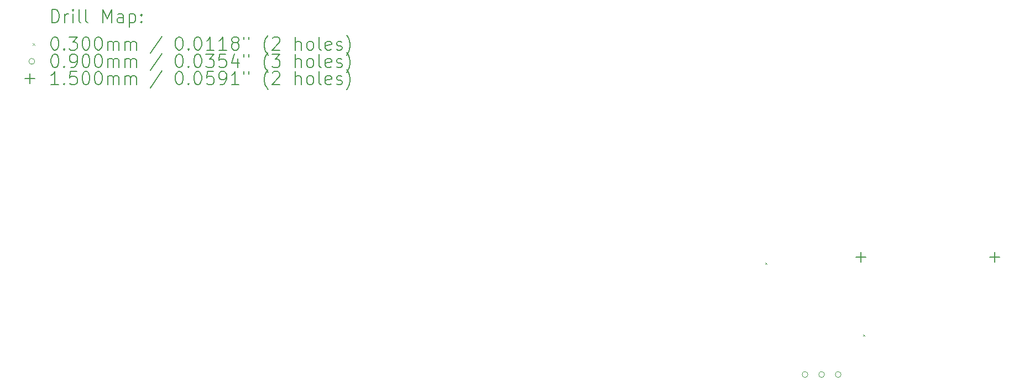
<source format=gbr>
%TF.GenerationSoftware,KiCad,Pcbnew,9.0.2*%
%TF.CreationDate,2025-07-19T17:43:14+05:30*%
%TF.ProjectId,Proj1,50726f6a-312e-46b6-9963-61645f706362,rev?*%
%TF.SameCoordinates,Original*%
%TF.FileFunction,Drillmap*%
%TF.FilePolarity,Positive*%
%FSLAX45Y45*%
G04 Gerber Fmt 4.5, Leading zero omitted, Abs format (unit mm)*
G04 Created by KiCad (PCBNEW 9.0.2) date 2025-07-19 17:43:14*
%MOMM*%
%LPD*%
G01*
G04 APERTURE LIST*
%ADD10C,0.200000*%
%ADD11C,0.100000*%
%ADD12C,0.150000*%
G04 APERTURE END LIST*
D10*
D11*
X11185000Y-3985000D02*
X11215000Y-4015000D01*
X11215000Y-3985000D02*
X11185000Y-4015000D01*
X12685000Y-5085000D02*
X12715000Y-5115000D01*
X12715000Y-5085000D02*
X12685000Y-5115000D01*
X11841000Y-5700000D02*
G75*
G02*
X11751000Y-5700000I-45000J0D01*
G01*
X11751000Y-5700000D02*
G75*
G02*
X11841000Y-5700000I45000J0D01*
G01*
X12095000Y-5700000D02*
G75*
G02*
X12005000Y-5700000I-45000J0D01*
G01*
X12005000Y-5700000D02*
G75*
G02*
X12095000Y-5700000I45000J0D01*
G01*
X12349000Y-5700000D02*
G75*
G02*
X12259000Y-5700000I-45000J0D01*
G01*
X12259000Y-5700000D02*
G75*
G02*
X12349000Y-5700000I45000J0D01*
G01*
D12*
X12650000Y-3825000D02*
X12650000Y-3975000D01*
X12575000Y-3900000D02*
X12725000Y-3900000D01*
X14699000Y-3825000D02*
X14699000Y-3975000D01*
X14624000Y-3900000D02*
X14774000Y-3900000D01*
D10*
X260777Y-311484D02*
X260777Y-111484D01*
X260777Y-111484D02*
X308396Y-111484D01*
X308396Y-111484D02*
X336967Y-121008D01*
X336967Y-121008D02*
X356015Y-140055D01*
X356015Y-140055D02*
X365539Y-159103D01*
X365539Y-159103D02*
X375062Y-197198D01*
X375062Y-197198D02*
X375062Y-225769D01*
X375062Y-225769D02*
X365539Y-263865D01*
X365539Y-263865D02*
X356015Y-282912D01*
X356015Y-282912D02*
X336967Y-301960D01*
X336967Y-301960D02*
X308396Y-311484D01*
X308396Y-311484D02*
X260777Y-311484D01*
X460777Y-311484D02*
X460777Y-178150D01*
X460777Y-216246D02*
X470301Y-197198D01*
X470301Y-197198D02*
X479824Y-187674D01*
X479824Y-187674D02*
X498872Y-178150D01*
X498872Y-178150D02*
X517920Y-178150D01*
X584586Y-311484D02*
X584586Y-178150D01*
X584586Y-111484D02*
X575063Y-121008D01*
X575063Y-121008D02*
X584586Y-130531D01*
X584586Y-130531D02*
X594110Y-121008D01*
X594110Y-121008D02*
X584586Y-111484D01*
X584586Y-111484D02*
X584586Y-130531D01*
X708396Y-311484D02*
X689348Y-301960D01*
X689348Y-301960D02*
X679824Y-282912D01*
X679824Y-282912D02*
X679824Y-111484D01*
X813158Y-311484D02*
X794110Y-301960D01*
X794110Y-301960D02*
X784586Y-282912D01*
X784586Y-282912D02*
X784586Y-111484D01*
X1041729Y-311484D02*
X1041729Y-111484D01*
X1041729Y-111484D02*
X1108396Y-254341D01*
X1108396Y-254341D02*
X1175063Y-111484D01*
X1175063Y-111484D02*
X1175063Y-311484D01*
X1356015Y-311484D02*
X1356015Y-206722D01*
X1356015Y-206722D02*
X1346491Y-187674D01*
X1346491Y-187674D02*
X1327444Y-178150D01*
X1327444Y-178150D02*
X1289348Y-178150D01*
X1289348Y-178150D02*
X1270301Y-187674D01*
X1356015Y-301960D02*
X1336967Y-311484D01*
X1336967Y-311484D02*
X1289348Y-311484D01*
X1289348Y-311484D02*
X1270301Y-301960D01*
X1270301Y-301960D02*
X1260777Y-282912D01*
X1260777Y-282912D02*
X1260777Y-263865D01*
X1260777Y-263865D02*
X1270301Y-244817D01*
X1270301Y-244817D02*
X1289348Y-235293D01*
X1289348Y-235293D02*
X1336967Y-235293D01*
X1336967Y-235293D02*
X1356015Y-225769D01*
X1451253Y-178150D02*
X1451253Y-378150D01*
X1451253Y-187674D02*
X1470301Y-178150D01*
X1470301Y-178150D02*
X1508396Y-178150D01*
X1508396Y-178150D02*
X1527443Y-187674D01*
X1527443Y-187674D02*
X1536967Y-197198D01*
X1536967Y-197198D02*
X1546491Y-216246D01*
X1546491Y-216246D02*
X1546491Y-273389D01*
X1546491Y-273389D02*
X1536967Y-292436D01*
X1536967Y-292436D02*
X1527443Y-301960D01*
X1527443Y-301960D02*
X1508396Y-311484D01*
X1508396Y-311484D02*
X1470301Y-311484D01*
X1470301Y-311484D02*
X1451253Y-301960D01*
X1632205Y-292436D02*
X1641729Y-301960D01*
X1641729Y-301960D02*
X1632205Y-311484D01*
X1632205Y-311484D02*
X1622682Y-301960D01*
X1622682Y-301960D02*
X1632205Y-292436D01*
X1632205Y-292436D02*
X1632205Y-311484D01*
X1632205Y-187674D02*
X1641729Y-197198D01*
X1641729Y-197198D02*
X1632205Y-206722D01*
X1632205Y-206722D02*
X1622682Y-197198D01*
X1622682Y-197198D02*
X1632205Y-187674D01*
X1632205Y-187674D02*
X1632205Y-206722D01*
D11*
X-30000Y-625000D02*
X0Y-655000D01*
X0Y-625000D02*
X-30000Y-655000D01*
D10*
X298872Y-531484D02*
X317920Y-531484D01*
X317920Y-531484D02*
X336967Y-541008D01*
X336967Y-541008D02*
X346491Y-550531D01*
X346491Y-550531D02*
X356015Y-569579D01*
X356015Y-569579D02*
X365539Y-607674D01*
X365539Y-607674D02*
X365539Y-655293D01*
X365539Y-655293D02*
X356015Y-693389D01*
X356015Y-693389D02*
X346491Y-712436D01*
X346491Y-712436D02*
X336967Y-721960D01*
X336967Y-721960D02*
X317920Y-731484D01*
X317920Y-731484D02*
X298872Y-731484D01*
X298872Y-731484D02*
X279824Y-721960D01*
X279824Y-721960D02*
X270301Y-712436D01*
X270301Y-712436D02*
X260777Y-693389D01*
X260777Y-693389D02*
X251253Y-655293D01*
X251253Y-655293D02*
X251253Y-607674D01*
X251253Y-607674D02*
X260777Y-569579D01*
X260777Y-569579D02*
X270301Y-550531D01*
X270301Y-550531D02*
X279824Y-541008D01*
X279824Y-541008D02*
X298872Y-531484D01*
X451253Y-712436D02*
X460777Y-721960D01*
X460777Y-721960D02*
X451253Y-731484D01*
X451253Y-731484D02*
X441729Y-721960D01*
X441729Y-721960D02*
X451253Y-712436D01*
X451253Y-712436D02*
X451253Y-731484D01*
X527444Y-531484D02*
X651253Y-531484D01*
X651253Y-531484D02*
X584586Y-607674D01*
X584586Y-607674D02*
X613158Y-607674D01*
X613158Y-607674D02*
X632205Y-617198D01*
X632205Y-617198D02*
X641729Y-626722D01*
X641729Y-626722D02*
X651253Y-645770D01*
X651253Y-645770D02*
X651253Y-693389D01*
X651253Y-693389D02*
X641729Y-712436D01*
X641729Y-712436D02*
X632205Y-721960D01*
X632205Y-721960D02*
X613158Y-731484D01*
X613158Y-731484D02*
X556015Y-731484D01*
X556015Y-731484D02*
X536967Y-721960D01*
X536967Y-721960D02*
X527444Y-712436D01*
X775062Y-531484D02*
X794110Y-531484D01*
X794110Y-531484D02*
X813158Y-541008D01*
X813158Y-541008D02*
X822682Y-550531D01*
X822682Y-550531D02*
X832205Y-569579D01*
X832205Y-569579D02*
X841729Y-607674D01*
X841729Y-607674D02*
X841729Y-655293D01*
X841729Y-655293D02*
X832205Y-693389D01*
X832205Y-693389D02*
X822682Y-712436D01*
X822682Y-712436D02*
X813158Y-721960D01*
X813158Y-721960D02*
X794110Y-731484D01*
X794110Y-731484D02*
X775062Y-731484D01*
X775062Y-731484D02*
X756015Y-721960D01*
X756015Y-721960D02*
X746491Y-712436D01*
X746491Y-712436D02*
X736967Y-693389D01*
X736967Y-693389D02*
X727443Y-655293D01*
X727443Y-655293D02*
X727443Y-607674D01*
X727443Y-607674D02*
X736967Y-569579D01*
X736967Y-569579D02*
X746491Y-550531D01*
X746491Y-550531D02*
X756015Y-541008D01*
X756015Y-541008D02*
X775062Y-531484D01*
X965539Y-531484D02*
X984586Y-531484D01*
X984586Y-531484D02*
X1003634Y-541008D01*
X1003634Y-541008D02*
X1013158Y-550531D01*
X1013158Y-550531D02*
X1022682Y-569579D01*
X1022682Y-569579D02*
X1032205Y-607674D01*
X1032205Y-607674D02*
X1032205Y-655293D01*
X1032205Y-655293D02*
X1022682Y-693389D01*
X1022682Y-693389D02*
X1013158Y-712436D01*
X1013158Y-712436D02*
X1003634Y-721960D01*
X1003634Y-721960D02*
X984586Y-731484D01*
X984586Y-731484D02*
X965539Y-731484D01*
X965539Y-731484D02*
X946491Y-721960D01*
X946491Y-721960D02*
X936967Y-712436D01*
X936967Y-712436D02*
X927443Y-693389D01*
X927443Y-693389D02*
X917920Y-655293D01*
X917920Y-655293D02*
X917920Y-607674D01*
X917920Y-607674D02*
X927443Y-569579D01*
X927443Y-569579D02*
X936967Y-550531D01*
X936967Y-550531D02*
X946491Y-541008D01*
X946491Y-541008D02*
X965539Y-531484D01*
X1117920Y-731484D02*
X1117920Y-598150D01*
X1117920Y-617198D02*
X1127444Y-607674D01*
X1127444Y-607674D02*
X1146491Y-598150D01*
X1146491Y-598150D02*
X1175063Y-598150D01*
X1175063Y-598150D02*
X1194110Y-607674D01*
X1194110Y-607674D02*
X1203634Y-626722D01*
X1203634Y-626722D02*
X1203634Y-731484D01*
X1203634Y-626722D02*
X1213158Y-607674D01*
X1213158Y-607674D02*
X1232205Y-598150D01*
X1232205Y-598150D02*
X1260777Y-598150D01*
X1260777Y-598150D02*
X1279825Y-607674D01*
X1279825Y-607674D02*
X1289348Y-626722D01*
X1289348Y-626722D02*
X1289348Y-731484D01*
X1384586Y-731484D02*
X1384586Y-598150D01*
X1384586Y-617198D02*
X1394110Y-607674D01*
X1394110Y-607674D02*
X1413158Y-598150D01*
X1413158Y-598150D02*
X1441729Y-598150D01*
X1441729Y-598150D02*
X1460777Y-607674D01*
X1460777Y-607674D02*
X1470301Y-626722D01*
X1470301Y-626722D02*
X1470301Y-731484D01*
X1470301Y-626722D02*
X1479824Y-607674D01*
X1479824Y-607674D02*
X1498872Y-598150D01*
X1498872Y-598150D02*
X1527443Y-598150D01*
X1527443Y-598150D02*
X1546491Y-607674D01*
X1546491Y-607674D02*
X1556015Y-626722D01*
X1556015Y-626722D02*
X1556015Y-731484D01*
X1946491Y-521960D02*
X1775063Y-779103D01*
X2203634Y-531484D02*
X2222682Y-531484D01*
X2222682Y-531484D02*
X2241729Y-541008D01*
X2241729Y-541008D02*
X2251253Y-550531D01*
X2251253Y-550531D02*
X2260777Y-569579D01*
X2260777Y-569579D02*
X2270301Y-607674D01*
X2270301Y-607674D02*
X2270301Y-655293D01*
X2270301Y-655293D02*
X2260777Y-693389D01*
X2260777Y-693389D02*
X2251253Y-712436D01*
X2251253Y-712436D02*
X2241729Y-721960D01*
X2241729Y-721960D02*
X2222682Y-731484D01*
X2222682Y-731484D02*
X2203634Y-731484D01*
X2203634Y-731484D02*
X2184587Y-721960D01*
X2184587Y-721960D02*
X2175063Y-712436D01*
X2175063Y-712436D02*
X2165539Y-693389D01*
X2165539Y-693389D02*
X2156015Y-655293D01*
X2156015Y-655293D02*
X2156015Y-607674D01*
X2156015Y-607674D02*
X2165539Y-569579D01*
X2165539Y-569579D02*
X2175063Y-550531D01*
X2175063Y-550531D02*
X2184587Y-541008D01*
X2184587Y-541008D02*
X2203634Y-531484D01*
X2356015Y-712436D02*
X2365539Y-721960D01*
X2365539Y-721960D02*
X2356015Y-731484D01*
X2356015Y-731484D02*
X2346491Y-721960D01*
X2346491Y-721960D02*
X2356015Y-712436D01*
X2356015Y-712436D02*
X2356015Y-731484D01*
X2489348Y-531484D02*
X2508396Y-531484D01*
X2508396Y-531484D02*
X2527444Y-541008D01*
X2527444Y-541008D02*
X2536968Y-550531D01*
X2536968Y-550531D02*
X2546491Y-569579D01*
X2546491Y-569579D02*
X2556015Y-607674D01*
X2556015Y-607674D02*
X2556015Y-655293D01*
X2556015Y-655293D02*
X2546491Y-693389D01*
X2546491Y-693389D02*
X2536968Y-712436D01*
X2536968Y-712436D02*
X2527444Y-721960D01*
X2527444Y-721960D02*
X2508396Y-731484D01*
X2508396Y-731484D02*
X2489348Y-731484D01*
X2489348Y-731484D02*
X2470301Y-721960D01*
X2470301Y-721960D02*
X2460777Y-712436D01*
X2460777Y-712436D02*
X2451253Y-693389D01*
X2451253Y-693389D02*
X2441729Y-655293D01*
X2441729Y-655293D02*
X2441729Y-607674D01*
X2441729Y-607674D02*
X2451253Y-569579D01*
X2451253Y-569579D02*
X2460777Y-550531D01*
X2460777Y-550531D02*
X2470301Y-541008D01*
X2470301Y-541008D02*
X2489348Y-531484D01*
X2746491Y-731484D02*
X2632206Y-731484D01*
X2689348Y-731484D02*
X2689348Y-531484D01*
X2689348Y-531484D02*
X2670301Y-560055D01*
X2670301Y-560055D02*
X2651253Y-579103D01*
X2651253Y-579103D02*
X2632206Y-588627D01*
X2936967Y-731484D02*
X2822682Y-731484D01*
X2879825Y-731484D02*
X2879825Y-531484D01*
X2879825Y-531484D02*
X2860777Y-560055D01*
X2860777Y-560055D02*
X2841729Y-579103D01*
X2841729Y-579103D02*
X2822682Y-588627D01*
X3051253Y-617198D02*
X3032206Y-607674D01*
X3032206Y-607674D02*
X3022682Y-598150D01*
X3022682Y-598150D02*
X3013158Y-579103D01*
X3013158Y-579103D02*
X3013158Y-569579D01*
X3013158Y-569579D02*
X3022682Y-550531D01*
X3022682Y-550531D02*
X3032206Y-541008D01*
X3032206Y-541008D02*
X3051253Y-531484D01*
X3051253Y-531484D02*
X3089348Y-531484D01*
X3089348Y-531484D02*
X3108396Y-541008D01*
X3108396Y-541008D02*
X3117920Y-550531D01*
X3117920Y-550531D02*
X3127444Y-569579D01*
X3127444Y-569579D02*
X3127444Y-579103D01*
X3127444Y-579103D02*
X3117920Y-598150D01*
X3117920Y-598150D02*
X3108396Y-607674D01*
X3108396Y-607674D02*
X3089348Y-617198D01*
X3089348Y-617198D02*
X3051253Y-617198D01*
X3051253Y-617198D02*
X3032206Y-626722D01*
X3032206Y-626722D02*
X3022682Y-636246D01*
X3022682Y-636246D02*
X3013158Y-655293D01*
X3013158Y-655293D02*
X3013158Y-693389D01*
X3013158Y-693389D02*
X3022682Y-712436D01*
X3022682Y-712436D02*
X3032206Y-721960D01*
X3032206Y-721960D02*
X3051253Y-731484D01*
X3051253Y-731484D02*
X3089348Y-731484D01*
X3089348Y-731484D02*
X3108396Y-721960D01*
X3108396Y-721960D02*
X3117920Y-712436D01*
X3117920Y-712436D02*
X3127444Y-693389D01*
X3127444Y-693389D02*
X3127444Y-655293D01*
X3127444Y-655293D02*
X3117920Y-636246D01*
X3117920Y-636246D02*
X3108396Y-626722D01*
X3108396Y-626722D02*
X3089348Y-617198D01*
X3203634Y-531484D02*
X3203634Y-569579D01*
X3279825Y-531484D02*
X3279825Y-569579D01*
X3575063Y-807674D02*
X3565539Y-798150D01*
X3565539Y-798150D02*
X3546491Y-769579D01*
X3546491Y-769579D02*
X3536968Y-750531D01*
X3536968Y-750531D02*
X3527444Y-721960D01*
X3527444Y-721960D02*
X3517920Y-674341D01*
X3517920Y-674341D02*
X3517920Y-636246D01*
X3517920Y-636246D02*
X3527444Y-588627D01*
X3527444Y-588627D02*
X3536968Y-560055D01*
X3536968Y-560055D02*
X3546491Y-541008D01*
X3546491Y-541008D02*
X3565539Y-512436D01*
X3565539Y-512436D02*
X3575063Y-502912D01*
X3641729Y-550531D02*
X3651253Y-541008D01*
X3651253Y-541008D02*
X3670301Y-531484D01*
X3670301Y-531484D02*
X3717920Y-531484D01*
X3717920Y-531484D02*
X3736968Y-541008D01*
X3736968Y-541008D02*
X3746491Y-550531D01*
X3746491Y-550531D02*
X3756015Y-569579D01*
X3756015Y-569579D02*
X3756015Y-588627D01*
X3756015Y-588627D02*
X3746491Y-617198D01*
X3746491Y-617198D02*
X3632206Y-731484D01*
X3632206Y-731484D02*
X3756015Y-731484D01*
X3994110Y-731484D02*
X3994110Y-531484D01*
X4079825Y-731484D02*
X4079825Y-626722D01*
X4079825Y-626722D02*
X4070301Y-607674D01*
X4070301Y-607674D02*
X4051253Y-598150D01*
X4051253Y-598150D02*
X4022682Y-598150D01*
X4022682Y-598150D02*
X4003634Y-607674D01*
X4003634Y-607674D02*
X3994110Y-617198D01*
X4203634Y-731484D02*
X4184587Y-721960D01*
X4184587Y-721960D02*
X4175063Y-712436D01*
X4175063Y-712436D02*
X4165539Y-693389D01*
X4165539Y-693389D02*
X4165539Y-636246D01*
X4165539Y-636246D02*
X4175063Y-617198D01*
X4175063Y-617198D02*
X4184587Y-607674D01*
X4184587Y-607674D02*
X4203634Y-598150D01*
X4203634Y-598150D02*
X4232206Y-598150D01*
X4232206Y-598150D02*
X4251253Y-607674D01*
X4251253Y-607674D02*
X4260777Y-617198D01*
X4260777Y-617198D02*
X4270301Y-636246D01*
X4270301Y-636246D02*
X4270301Y-693389D01*
X4270301Y-693389D02*
X4260777Y-712436D01*
X4260777Y-712436D02*
X4251253Y-721960D01*
X4251253Y-721960D02*
X4232206Y-731484D01*
X4232206Y-731484D02*
X4203634Y-731484D01*
X4384587Y-731484D02*
X4365539Y-721960D01*
X4365539Y-721960D02*
X4356015Y-702912D01*
X4356015Y-702912D02*
X4356015Y-531484D01*
X4536968Y-721960D02*
X4517920Y-731484D01*
X4517920Y-731484D02*
X4479825Y-731484D01*
X4479825Y-731484D02*
X4460777Y-721960D01*
X4460777Y-721960D02*
X4451253Y-702912D01*
X4451253Y-702912D02*
X4451253Y-626722D01*
X4451253Y-626722D02*
X4460777Y-607674D01*
X4460777Y-607674D02*
X4479825Y-598150D01*
X4479825Y-598150D02*
X4517920Y-598150D01*
X4517920Y-598150D02*
X4536968Y-607674D01*
X4536968Y-607674D02*
X4546492Y-626722D01*
X4546492Y-626722D02*
X4546492Y-645770D01*
X4546492Y-645770D02*
X4451253Y-664817D01*
X4622682Y-721960D02*
X4641730Y-731484D01*
X4641730Y-731484D02*
X4679825Y-731484D01*
X4679825Y-731484D02*
X4698873Y-721960D01*
X4698873Y-721960D02*
X4708396Y-702912D01*
X4708396Y-702912D02*
X4708396Y-693389D01*
X4708396Y-693389D02*
X4698873Y-674341D01*
X4698873Y-674341D02*
X4679825Y-664817D01*
X4679825Y-664817D02*
X4651253Y-664817D01*
X4651253Y-664817D02*
X4632206Y-655293D01*
X4632206Y-655293D02*
X4622682Y-636246D01*
X4622682Y-636246D02*
X4622682Y-626722D01*
X4622682Y-626722D02*
X4632206Y-607674D01*
X4632206Y-607674D02*
X4651253Y-598150D01*
X4651253Y-598150D02*
X4679825Y-598150D01*
X4679825Y-598150D02*
X4698873Y-607674D01*
X4775063Y-807674D02*
X4784587Y-798150D01*
X4784587Y-798150D02*
X4803634Y-769579D01*
X4803634Y-769579D02*
X4813158Y-750531D01*
X4813158Y-750531D02*
X4822682Y-721960D01*
X4822682Y-721960D02*
X4832206Y-674341D01*
X4832206Y-674341D02*
X4832206Y-636246D01*
X4832206Y-636246D02*
X4822682Y-588627D01*
X4822682Y-588627D02*
X4813158Y-560055D01*
X4813158Y-560055D02*
X4803634Y-541008D01*
X4803634Y-541008D02*
X4784587Y-512436D01*
X4784587Y-512436D02*
X4775063Y-502912D01*
D11*
X0Y-904000D02*
G75*
G02*
X-90000Y-904000I-45000J0D01*
G01*
X-90000Y-904000D02*
G75*
G02*
X0Y-904000I45000J0D01*
G01*
D10*
X298872Y-795484D02*
X317920Y-795484D01*
X317920Y-795484D02*
X336967Y-805008D01*
X336967Y-805008D02*
X346491Y-814531D01*
X346491Y-814531D02*
X356015Y-833579D01*
X356015Y-833579D02*
X365539Y-871674D01*
X365539Y-871674D02*
X365539Y-919293D01*
X365539Y-919293D02*
X356015Y-957388D01*
X356015Y-957388D02*
X346491Y-976436D01*
X346491Y-976436D02*
X336967Y-985960D01*
X336967Y-985960D02*
X317920Y-995484D01*
X317920Y-995484D02*
X298872Y-995484D01*
X298872Y-995484D02*
X279824Y-985960D01*
X279824Y-985960D02*
X270301Y-976436D01*
X270301Y-976436D02*
X260777Y-957388D01*
X260777Y-957388D02*
X251253Y-919293D01*
X251253Y-919293D02*
X251253Y-871674D01*
X251253Y-871674D02*
X260777Y-833579D01*
X260777Y-833579D02*
X270301Y-814531D01*
X270301Y-814531D02*
X279824Y-805008D01*
X279824Y-805008D02*
X298872Y-795484D01*
X451253Y-976436D02*
X460777Y-985960D01*
X460777Y-985960D02*
X451253Y-995484D01*
X451253Y-995484D02*
X441729Y-985960D01*
X441729Y-985960D02*
X451253Y-976436D01*
X451253Y-976436D02*
X451253Y-995484D01*
X556015Y-995484D02*
X594110Y-995484D01*
X594110Y-995484D02*
X613158Y-985960D01*
X613158Y-985960D02*
X622682Y-976436D01*
X622682Y-976436D02*
X641729Y-947865D01*
X641729Y-947865D02*
X651253Y-909769D01*
X651253Y-909769D02*
X651253Y-833579D01*
X651253Y-833579D02*
X641729Y-814531D01*
X641729Y-814531D02*
X632205Y-805008D01*
X632205Y-805008D02*
X613158Y-795484D01*
X613158Y-795484D02*
X575063Y-795484D01*
X575063Y-795484D02*
X556015Y-805008D01*
X556015Y-805008D02*
X546491Y-814531D01*
X546491Y-814531D02*
X536967Y-833579D01*
X536967Y-833579D02*
X536967Y-881198D01*
X536967Y-881198D02*
X546491Y-900246D01*
X546491Y-900246D02*
X556015Y-909769D01*
X556015Y-909769D02*
X575063Y-919293D01*
X575063Y-919293D02*
X613158Y-919293D01*
X613158Y-919293D02*
X632205Y-909769D01*
X632205Y-909769D02*
X641729Y-900246D01*
X641729Y-900246D02*
X651253Y-881198D01*
X775062Y-795484D02*
X794110Y-795484D01*
X794110Y-795484D02*
X813158Y-805008D01*
X813158Y-805008D02*
X822682Y-814531D01*
X822682Y-814531D02*
X832205Y-833579D01*
X832205Y-833579D02*
X841729Y-871674D01*
X841729Y-871674D02*
X841729Y-919293D01*
X841729Y-919293D02*
X832205Y-957388D01*
X832205Y-957388D02*
X822682Y-976436D01*
X822682Y-976436D02*
X813158Y-985960D01*
X813158Y-985960D02*
X794110Y-995484D01*
X794110Y-995484D02*
X775062Y-995484D01*
X775062Y-995484D02*
X756015Y-985960D01*
X756015Y-985960D02*
X746491Y-976436D01*
X746491Y-976436D02*
X736967Y-957388D01*
X736967Y-957388D02*
X727443Y-919293D01*
X727443Y-919293D02*
X727443Y-871674D01*
X727443Y-871674D02*
X736967Y-833579D01*
X736967Y-833579D02*
X746491Y-814531D01*
X746491Y-814531D02*
X756015Y-805008D01*
X756015Y-805008D02*
X775062Y-795484D01*
X965539Y-795484D02*
X984586Y-795484D01*
X984586Y-795484D02*
X1003634Y-805008D01*
X1003634Y-805008D02*
X1013158Y-814531D01*
X1013158Y-814531D02*
X1022682Y-833579D01*
X1022682Y-833579D02*
X1032205Y-871674D01*
X1032205Y-871674D02*
X1032205Y-919293D01*
X1032205Y-919293D02*
X1022682Y-957388D01*
X1022682Y-957388D02*
X1013158Y-976436D01*
X1013158Y-976436D02*
X1003634Y-985960D01*
X1003634Y-985960D02*
X984586Y-995484D01*
X984586Y-995484D02*
X965539Y-995484D01*
X965539Y-995484D02*
X946491Y-985960D01*
X946491Y-985960D02*
X936967Y-976436D01*
X936967Y-976436D02*
X927443Y-957388D01*
X927443Y-957388D02*
X917920Y-919293D01*
X917920Y-919293D02*
X917920Y-871674D01*
X917920Y-871674D02*
X927443Y-833579D01*
X927443Y-833579D02*
X936967Y-814531D01*
X936967Y-814531D02*
X946491Y-805008D01*
X946491Y-805008D02*
X965539Y-795484D01*
X1117920Y-995484D02*
X1117920Y-862150D01*
X1117920Y-881198D02*
X1127444Y-871674D01*
X1127444Y-871674D02*
X1146491Y-862150D01*
X1146491Y-862150D02*
X1175063Y-862150D01*
X1175063Y-862150D02*
X1194110Y-871674D01*
X1194110Y-871674D02*
X1203634Y-890722D01*
X1203634Y-890722D02*
X1203634Y-995484D01*
X1203634Y-890722D02*
X1213158Y-871674D01*
X1213158Y-871674D02*
X1232205Y-862150D01*
X1232205Y-862150D02*
X1260777Y-862150D01*
X1260777Y-862150D02*
X1279825Y-871674D01*
X1279825Y-871674D02*
X1289348Y-890722D01*
X1289348Y-890722D02*
X1289348Y-995484D01*
X1384586Y-995484D02*
X1384586Y-862150D01*
X1384586Y-881198D02*
X1394110Y-871674D01*
X1394110Y-871674D02*
X1413158Y-862150D01*
X1413158Y-862150D02*
X1441729Y-862150D01*
X1441729Y-862150D02*
X1460777Y-871674D01*
X1460777Y-871674D02*
X1470301Y-890722D01*
X1470301Y-890722D02*
X1470301Y-995484D01*
X1470301Y-890722D02*
X1479824Y-871674D01*
X1479824Y-871674D02*
X1498872Y-862150D01*
X1498872Y-862150D02*
X1527443Y-862150D01*
X1527443Y-862150D02*
X1546491Y-871674D01*
X1546491Y-871674D02*
X1556015Y-890722D01*
X1556015Y-890722D02*
X1556015Y-995484D01*
X1946491Y-785960D02*
X1775063Y-1043103D01*
X2203634Y-795484D02*
X2222682Y-795484D01*
X2222682Y-795484D02*
X2241729Y-805008D01*
X2241729Y-805008D02*
X2251253Y-814531D01*
X2251253Y-814531D02*
X2260777Y-833579D01*
X2260777Y-833579D02*
X2270301Y-871674D01*
X2270301Y-871674D02*
X2270301Y-919293D01*
X2270301Y-919293D02*
X2260777Y-957388D01*
X2260777Y-957388D02*
X2251253Y-976436D01*
X2251253Y-976436D02*
X2241729Y-985960D01*
X2241729Y-985960D02*
X2222682Y-995484D01*
X2222682Y-995484D02*
X2203634Y-995484D01*
X2203634Y-995484D02*
X2184587Y-985960D01*
X2184587Y-985960D02*
X2175063Y-976436D01*
X2175063Y-976436D02*
X2165539Y-957388D01*
X2165539Y-957388D02*
X2156015Y-919293D01*
X2156015Y-919293D02*
X2156015Y-871674D01*
X2156015Y-871674D02*
X2165539Y-833579D01*
X2165539Y-833579D02*
X2175063Y-814531D01*
X2175063Y-814531D02*
X2184587Y-805008D01*
X2184587Y-805008D02*
X2203634Y-795484D01*
X2356015Y-976436D02*
X2365539Y-985960D01*
X2365539Y-985960D02*
X2356015Y-995484D01*
X2356015Y-995484D02*
X2346491Y-985960D01*
X2346491Y-985960D02*
X2356015Y-976436D01*
X2356015Y-976436D02*
X2356015Y-995484D01*
X2489348Y-795484D02*
X2508396Y-795484D01*
X2508396Y-795484D02*
X2527444Y-805008D01*
X2527444Y-805008D02*
X2536968Y-814531D01*
X2536968Y-814531D02*
X2546491Y-833579D01*
X2546491Y-833579D02*
X2556015Y-871674D01*
X2556015Y-871674D02*
X2556015Y-919293D01*
X2556015Y-919293D02*
X2546491Y-957388D01*
X2546491Y-957388D02*
X2536968Y-976436D01*
X2536968Y-976436D02*
X2527444Y-985960D01*
X2527444Y-985960D02*
X2508396Y-995484D01*
X2508396Y-995484D02*
X2489348Y-995484D01*
X2489348Y-995484D02*
X2470301Y-985960D01*
X2470301Y-985960D02*
X2460777Y-976436D01*
X2460777Y-976436D02*
X2451253Y-957388D01*
X2451253Y-957388D02*
X2441729Y-919293D01*
X2441729Y-919293D02*
X2441729Y-871674D01*
X2441729Y-871674D02*
X2451253Y-833579D01*
X2451253Y-833579D02*
X2460777Y-814531D01*
X2460777Y-814531D02*
X2470301Y-805008D01*
X2470301Y-805008D02*
X2489348Y-795484D01*
X2622682Y-795484D02*
X2746491Y-795484D01*
X2746491Y-795484D02*
X2679825Y-871674D01*
X2679825Y-871674D02*
X2708396Y-871674D01*
X2708396Y-871674D02*
X2727444Y-881198D01*
X2727444Y-881198D02*
X2736968Y-890722D01*
X2736968Y-890722D02*
X2746491Y-909769D01*
X2746491Y-909769D02*
X2746491Y-957388D01*
X2746491Y-957388D02*
X2736968Y-976436D01*
X2736968Y-976436D02*
X2727444Y-985960D01*
X2727444Y-985960D02*
X2708396Y-995484D01*
X2708396Y-995484D02*
X2651253Y-995484D01*
X2651253Y-995484D02*
X2632206Y-985960D01*
X2632206Y-985960D02*
X2622682Y-976436D01*
X2927444Y-795484D02*
X2832206Y-795484D01*
X2832206Y-795484D02*
X2822682Y-890722D01*
X2822682Y-890722D02*
X2832206Y-881198D01*
X2832206Y-881198D02*
X2851253Y-871674D01*
X2851253Y-871674D02*
X2898872Y-871674D01*
X2898872Y-871674D02*
X2917920Y-881198D01*
X2917920Y-881198D02*
X2927444Y-890722D01*
X2927444Y-890722D02*
X2936967Y-909769D01*
X2936967Y-909769D02*
X2936967Y-957388D01*
X2936967Y-957388D02*
X2927444Y-976436D01*
X2927444Y-976436D02*
X2917920Y-985960D01*
X2917920Y-985960D02*
X2898872Y-995484D01*
X2898872Y-995484D02*
X2851253Y-995484D01*
X2851253Y-995484D02*
X2832206Y-985960D01*
X2832206Y-985960D02*
X2822682Y-976436D01*
X3108396Y-862150D02*
X3108396Y-995484D01*
X3060777Y-785960D02*
X3013158Y-928817D01*
X3013158Y-928817D02*
X3136967Y-928817D01*
X3203634Y-795484D02*
X3203634Y-833579D01*
X3279825Y-795484D02*
X3279825Y-833579D01*
X3575063Y-1071674D02*
X3565539Y-1062150D01*
X3565539Y-1062150D02*
X3546491Y-1033579D01*
X3546491Y-1033579D02*
X3536968Y-1014531D01*
X3536968Y-1014531D02*
X3527444Y-985960D01*
X3527444Y-985960D02*
X3517920Y-938341D01*
X3517920Y-938341D02*
X3517920Y-900246D01*
X3517920Y-900246D02*
X3527444Y-852627D01*
X3527444Y-852627D02*
X3536968Y-824055D01*
X3536968Y-824055D02*
X3546491Y-805008D01*
X3546491Y-805008D02*
X3565539Y-776436D01*
X3565539Y-776436D02*
X3575063Y-766912D01*
X3632206Y-795484D02*
X3756015Y-795484D01*
X3756015Y-795484D02*
X3689348Y-871674D01*
X3689348Y-871674D02*
X3717920Y-871674D01*
X3717920Y-871674D02*
X3736968Y-881198D01*
X3736968Y-881198D02*
X3746491Y-890722D01*
X3746491Y-890722D02*
X3756015Y-909769D01*
X3756015Y-909769D02*
X3756015Y-957388D01*
X3756015Y-957388D02*
X3746491Y-976436D01*
X3746491Y-976436D02*
X3736968Y-985960D01*
X3736968Y-985960D02*
X3717920Y-995484D01*
X3717920Y-995484D02*
X3660777Y-995484D01*
X3660777Y-995484D02*
X3641729Y-985960D01*
X3641729Y-985960D02*
X3632206Y-976436D01*
X3994110Y-995484D02*
X3994110Y-795484D01*
X4079825Y-995484D02*
X4079825Y-890722D01*
X4079825Y-890722D02*
X4070301Y-871674D01*
X4070301Y-871674D02*
X4051253Y-862150D01*
X4051253Y-862150D02*
X4022682Y-862150D01*
X4022682Y-862150D02*
X4003634Y-871674D01*
X4003634Y-871674D02*
X3994110Y-881198D01*
X4203634Y-995484D02*
X4184587Y-985960D01*
X4184587Y-985960D02*
X4175063Y-976436D01*
X4175063Y-976436D02*
X4165539Y-957388D01*
X4165539Y-957388D02*
X4165539Y-900246D01*
X4165539Y-900246D02*
X4175063Y-881198D01*
X4175063Y-881198D02*
X4184587Y-871674D01*
X4184587Y-871674D02*
X4203634Y-862150D01*
X4203634Y-862150D02*
X4232206Y-862150D01*
X4232206Y-862150D02*
X4251253Y-871674D01*
X4251253Y-871674D02*
X4260777Y-881198D01*
X4260777Y-881198D02*
X4270301Y-900246D01*
X4270301Y-900246D02*
X4270301Y-957388D01*
X4270301Y-957388D02*
X4260777Y-976436D01*
X4260777Y-976436D02*
X4251253Y-985960D01*
X4251253Y-985960D02*
X4232206Y-995484D01*
X4232206Y-995484D02*
X4203634Y-995484D01*
X4384587Y-995484D02*
X4365539Y-985960D01*
X4365539Y-985960D02*
X4356015Y-966912D01*
X4356015Y-966912D02*
X4356015Y-795484D01*
X4536968Y-985960D02*
X4517920Y-995484D01*
X4517920Y-995484D02*
X4479825Y-995484D01*
X4479825Y-995484D02*
X4460777Y-985960D01*
X4460777Y-985960D02*
X4451253Y-966912D01*
X4451253Y-966912D02*
X4451253Y-890722D01*
X4451253Y-890722D02*
X4460777Y-871674D01*
X4460777Y-871674D02*
X4479825Y-862150D01*
X4479825Y-862150D02*
X4517920Y-862150D01*
X4517920Y-862150D02*
X4536968Y-871674D01*
X4536968Y-871674D02*
X4546492Y-890722D01*
X4546492Y-890722D02*
X4546492Y-909769D01*
X4546492Y-909769D02*
X4451253Y-928817D01*
X4622682Y-985960D02*
X4641730Y-995484D01*
X4641730Y-995484D02*
X4679825Y-995484D01*
X4679825Y-995484D02*
X4698873Y-985960D01*
X4698873Y-985960D02*
X4708396Y-966912D01*
X4708396Y-966912D02*
X4708396Y-957388D01*
X4708396Y-957388D02*
X4698873Y-938341D01*
X4698873Y-938341D02*
X4679825Y-928817D01*
X4679825Y-928817D02*
X4651253Y-928817D01*
X4651253Y-928817D02*
X4632206Y-919293D01*
X4632206Y-919293D02*
X4622682Y-900246D01*
X4622682Y-900246D02*
X4622682Y-890722D01*
X4622682Y-890722D02*
X4632206Y-871674D01*
X4632206Y-871674D02*
X4651253Y-862150D01*
X4651253Y-862150D02*
X4679825Y-862150D01*
X4679825Y-862150D02*
X4698873Y-871674D01*
X4775063Y-1071674D02*
X4784587Y-1062150D01*
X4784587Y-1062150D02*
X4803634Y-1033579D01*
X4803634Y-1033579D02*
X4813158Y-1014531D01*
X4813158Y-1014531D02*
X4822682Y-985960D01*
X4822682Y-985960D02*
X4832206Y-938341D01*
X4832206Y-938341D02*
X4832206Y-900246D01*
X4832206Y-900246D02*
X4822682Y-852627D01*
X4822682Y-852627D02*
X4813158Y-824055D01*
X4813158Y-824055D02*
X4803634Y-805008D01*
X4803634Y-805008D02*
X4784587Y-776436D01*
X4784587Y-776436D02*
X4775063Y-766912D01*
D12*
X-75000Y-1093000D02*
X-75000Y-1243000D01*
X-150000Y-1168000D02*
X0Y-1168000D01*
D10*
X365539Y-1259484D02*
X251253Y-1259484D01*
X308396Y-1259484D02*
X308396Y-1059484D01*
X308396Y-1059484D02*
X289348Y-1088055D01*
X289348Y-1088055D02*
X270301Y-1107103D01*
X270301Y-1107103D02*
X251253Y-1116627D01*
X451253Y-1240436D02*
X460777Y-1249960D01*
X460777Y-1249960D02*
X451253Y-1259484D01*
X451253Y-1259484D02*
X441729Y-1249960D01*
X441729Y-1249960D02*
X451253Y-1240436D01*
X451253Y-1240436D02*
X451253Y-1259484D01*
X641729Y-1059484D02*
X546491Y-1059484D01*
X546491Y-1059484D02*
X536967Y-1154722D01*
X536967Y-1154722D02*
X546491Y-1145198D01*
X546491Y-1145198D02*
X565539Y-1135674D01*
X565539Y-1135674D02*
X613158Y-1135674D01*
X613158Y-1135674D02*
X632205Y-1145198D01*
X632205Y-1145198D02*
X641729Y-1154722D01*
X641729Y-1154722D02*
X651253Y-1173770D01*
X651253Y-1173770D02*
X651253Y-1221389D01*
X651253Y-1221389D02*
X641729Y-1240436D01*
X641729Y-1240436D02*
X632205Y-1249960D01*
X632205Y-1249960D02*
X613158Y-1259484D01*
X613158Y-1259484D02*
X565539Y-1259484D01*
X565539Y-1259484D02*
X546491Y-1249960D01*
X546491Y-1249960D02*
X536967Y-1240436D01*
X775062Y-1059484D02*
X794110Y-1059484D01*
X794110Y-1059484D02*
X813158Y-1069008D01*
X813158Y-1069008D02*
X822682Y-1078531D01*
X822682Y-1078531D02*
X832205Y-1097579D01*
X832205Y-1097579D02*
X841729Y-1135674D01*
X841729Y-1135674D02*
X841729Y-1183293D01*
X841729Y-1183293D02*
X832205Y-1221389D01*
X832205Y-1221389D02*
X822682Y-1240436D01*
X822682Y-1240436D02*
X813158Y-1249960D01*
X813158Y-1249960D02*
X794110Y-1259484D01*
X794110Y-1259484D02*
X775062Y-1259484D01*
X775062Y-1259484D02*
X756015Y-1249960D01*
X756015Y-1249960D02*
X746491Y-1240436D01*
X746491Y-1240436D02*
X736967Y-1221389D01*
X736967Y-1221389D02*
X727443Y-1183293D01*
X727443Y-1183293D02*
X727443Y-1135674D01*
X727443Y-1135674D02*
X736967Y-1097579D01*
X736967Y-1097579D02*
X746491Y-1078531D01*
X746491Y-1078531D02*
X756015Y-1069008D01*
X756015Y-1069008D02*
X775062Y-1059484D01*
X965539Y-1059484D02*
X984586Y-1059484D01*
X984586Y-1059484D02*
X1003634Y-1069008D01*
X1003634Y-1069008D02*
X1013158Y-1078531D01*
X1013158Y-1078531D02*
X1022682Y-1097579D01*
X1022682Y-1097579D02*
X1032205Y-1135674D01*
X1032205Y-1135674D02*
X1032205Y-1183293D01*
X1032205Y-1183293D02*
X1022682Y-1221389D01*
X1022682Y-1221389D02*
X1013158Y-1240436D01*
X1013158Y-1240436D02*
X1003634Y-1249960D01*
X1003634Y-1249960D02*
X984586Y-1259484D01*
X984586Y-1259484D02*
X965539Y-1259484D01*
X965539Y-1259484D02*
X946491Y-1249960D01*
X946491Y-1249960D02*
X936967Y-1240436D01*
X936967Y-1240436D02*
X927443Y-1221389D01*
X927443Y-1221389D02*
X917920Y-1183293D01*
X917920Y-1183293D02*
X917920Y-1135674D01*
X917920Y-1135674D02*
X927443Y-1097579D01*
X927443Y-1097579D02*
X936967Y-1078531D01*
X936967Y-1078531D02*
X946491Y-1069008D01*
X946491Y-1069008D02*
X965539Y-1059484D01*
X1117920Y-1259484D02*
X1117920Y-1126150D01*
X1117920Y-1145198D02*
X1127444Y-1135674D01*
X1127444Y-1135674D02*
X1146491Y-1126150D01*
X1146491Y-1126150D02*
X1175063Y-1126150D01*
X1175063Y-1126150D02*
X1194110Y-1135674D01*
X1194110Y-1135674D02*
X1203634Y-1154722D01*
X1203634Y-1154722D02*
X1203634Y-1259484D01*
X1203634Y-1154722D02*
X1213158Y-1135674D01*
X1213158Y-1135674D02*
X1232205Y-1126150D01*
X1232205Y-1126150D02*
X1260777Y-1126150D01*
X1260777Y-1126150D02*
X1279825Y-1135674D01*
X1279825Y-1135674D02*
X1289348Y-1154722D01*
X1289348Y-1154722D02*
X1289348Y-1259484D01*
X1384586Y-1259484D02*
X1384586Y-1126150D01*
X1384586Y-1145198D02*
X1394110Y-1135674D01*
X1394110Y-1135674D02*
X1413158Y-1126150D01*
X1413158Y-1126150D02*
X1441729Y-1126150D01*
X1441729Y-1126150D02*
X1460777Y-1135674D01*
X1460777Y-1135674D02*
X1470301Y-1154722D01*
X1470301Y-1154722D02*
X1470301Y-1259484D01*
X1470301Y-1154722D02*
X1479824Y-1135674D01*
X1479824Y-1135674D02*
X1498872Y-1126150D01*
X1498872Y-1126150D02*
X1527443Y-1126150D01*
X1527443Y-1126150D02*
X1546491Y-1135674D01*
X1546491Y-1135674D02*
X1556015Y-1154722D01*
X1556015Y-1154722D02*
X1556015Y-1259484D01*
X1946491Y-1049960D02*
X1775063Y-1307103D01*
X2203634Y-1059484D02*
X2222682Y-1059484D01*
X2222682Y-1059484D02*
X2241729Y-1069008D01*
X2241729Y-1069008D02*
X2251253Y-1078531D01*
X2251253Y-1078531D02*
X2260777Y-1097579D01*
X2260777Y-1097579D02*
X2270301Y-1135674D01*
X2270301Y-1135674D02*
X2270301Y-1183293D01*
X2270301Y-1183293D02*
X2260777Y-1221389D01*
X2260777Y-1221389D02*
X2251253Y-1240436D01*
X2251253Y-1240436D02*
X2241729Y-1249960D01*
X2241729Y-1249960D02*
X2222682Y-1259484D01*
X2222682Y-1259484D02*
X2203634Y-1259484D01*
X2203634Y-1259484D02*
X2184587Y-1249960D01*
X2184587Y-1249960D02*
X2175063Y-1240436D01*
X2175063Y-1240436D02*
X2165539Y-1221389D01*
X2165539Y-1221389D02*
X2156015Y-1183293D01*
X2156015Y-1183293D02*
X2156015Y-1135674D01*
X2156015Y-1135674D02*
X2165539Y-1097579D01*
X2165539Y-1097579D02*
X2175063Y-1078531D01*
X2175063Y-1078531D02*
X2184587Y-1069008D01*
X2184587Y-1069008D02*
X2203634Y-1059484D01*
X2356015Y-1240436D02*
X2365539Y-1249960D01*
X2365539Y-1249960D02*
X2356015Y-1259484D01*
X2356015Y-1259484D02*
X2346491Y-1249960D01*
X2346491Y-1249960D02*
X2356015Y-1240436D01*
X2356015Y-1240436D02*
X2356015Y-1259484D01*
X2489348Y-1059484D02*
X2508396Y-1059484D01*
X2508396Y-1059484D02*
X2527444Y-1069008D01*
X2527444Y-1069008D02*
X2536968Y-1078531D01*
X2536968Y-1078531D02*
X2546491Y-1097579D01*
X2546491Y-1097579D02*
X2556015Y-1135674D01*
X2556015Y-1135674D02*
X2556015Y-1183293D01*
X2556015Y-1183293D02*
X2546491Y-1221389D01*
X2546491Y-1221389D02*
X2536968Y-1240436D01*
X2536968Y-1240436D02*
X2527444Y-1249960D01*
X2527444Y-1249960D02*
X2508396Y-1259484D01*
X2508396Y-1259484D02*
X2489348Y-1259484D01*
X2489348Y-1259484D02*
X2470301Y-1249960D01*
X2470301Y-1249960D02*
X2460777Y-1240436D01*
X2460777Y-1240436D02*
X2451253Y-1221389D01*
X2451253Y-1221389D02*
X2441729Y-1183293D01*
X2441729Y-1183293D02*
X2441729Y-1135674D01*
X2441729Y-1135674D02*
X2451253Y-1097579D01*
X2451253Y-1097579D02*
X2460777Y-1078531D01*
X2460777Y-1078531D02*
X2470301Y-1069008D01*
X2470301Y-1069008D02*
X2489348Y-1059484D01*
X2736968Y-1059484D02*
X2641729Y-1059484D01*
X2641729Y-1059484D02*
X2632206Y-1154722D01*
X2632206Y-1154722D02*
X2641729Y-1145198D01*
X2641729Y-1145198D02*
X2660777Y-1135674D01*
X2660777Y-1135674D02*
X2708396Y-1135674D01*
X2708396Y-1135674D02*
X2727444Y-1145198D01*
X2727444Y-1145198D02*
X2736968Y-1154722D01*
X2736968Y-1154722D02*
X2746491Y-1173770D01*
X2746491Y-1173770D02*
X2746491Y-1221389D01*
X2746491Y-1221389D02*
X2736968Y-1240436D01*
X2736968Y-1240436D02*
X2727444Y-1249960D01*
X2727444Y-1249960D02*
X2708396Y-1259484D01*
X2708396Y-1259484D02*
X2660777Y-1259484D01*
X2660777Y-1259484D02*
X2641729Y-1249960D01*
X2641729Y-1249960D02*
X2632206Y-1240436D01*
X2841729Y-1259484D02*
X2879825Y-1259484D01*
X2879825Y-1259484D02*
X2898872Y-1249960D01*
X2898872Y-1249960D02*
X2908396Y-1240436D01*
X2908396Y-1240436D02*
X2927444Y-1211865D01*
X2927444Y-1211865D02*
X2936967Y-1173770D01*
X2936967Y-1173770D02*
X2936967Y-1097579D01*
X2936967Y-1097579D02*
X2927444Y-1078531D01*
X2927444Y-1078531D02*
X2917920Y-1069008D01*
X2917920Y-1069008D02*
X2898872Y-1059484D01*
X2898872Y-1059484D02*
X2860777Y-1059484D01*
X2860777Y-1059484D02*
X2841729Y-1069008D01*
X2841729Y-1069008D02*
X2832206Y-1078531D01*
X2832206Y-1078531D02*
X2822682Y-1097579D01*
X2822682Y-1097579D02*
X2822682Y-1145198D01*
X2822682Y-1145198D02*
X2832206Y-1164246D01*
X2832206Y-1164246D02*
X2841729Y-1173770D01*
X2841729Y-1173770D02*
X2860777Y-1183293D01*
X2860777Y-1183293D02*
X2898872Y-1183293D01*
X2898872Y-1183293D02*
X2917920Y-1173770D01*
X2917920Y-1173770D02*
X2927444Y-1164246D01*
X2927444Y-1164246D02*
X2936967Y-1145198D01*
X3127444Y-1259484D02*
X3013158Y-1259484D01*
X3070301Y-1259484D02*
X3070301Y-1059484D01*
X3070301Y-1059484D02*
X3051253Y-1088055D01*
X3051253Y-1088055D02*
X3032206Y-1107103D01*
X3032206Y-1107103D02*
X3013158Y-1116627D01*
X3203634Y-1059484D02*
X3203634Y-1097579D01*
X3279825Y-1059484D02*
X3279825Y-1097579D01*
X3575063Y-1335674D02*
X3565539Y-1326150D01*
X3565539Y-1326150D02*
X3546491Y-1297579D01*
X3546491Y-1297579D02*
X3536968Y-1278531D01*
X3536968Y-1278531D02*
X3527444Y-1249960D01*
X3527444Y-1249960D02*
X3517920Y-1202341D01*
X3517920Y-1202341D02*
X3517920Y-1164246D01*
X3517920Y-1164246D02*
X3527444Y-1116627D01*
X3527444Y-1116627D02*
X3536968Y-1088055D01*
X3536968Y-1088055D02*
X3546491Y-1069008D01*
X3546491Y-1069008D02*
X3565539Y-1040436D01*
X3565539Y-1040436D02*
X3575063Y-1030912D01*
X3641729Y-1078531D02*
X3651253Y-1069008D01*
X3651253Y-1069008D02*
X3670301Y-1059484D01*
X3670301Y-1059484D02*
X3717920Y-1059484D01*
X3717920Y-1059484D02*
X3736968Y-1069008D01*
X3736968Y-1069008D02*
X3746491Y-1078531D01*
X3746491Y-1078531D02*
X3756015Y-1097579D01*
X3756015Y-1097579D02*
X3756015Y-1116627D01*
X3756015Y-1116627D02*
X3746491Y-1145198D01*
X3746491Y-1145198D02*
X3632206Y-1259484D01*
X3632206Y-1259484D02*
X3756015Y-1259484D01*
X3994110Y-1259484D02*
X3994110Y-1059484D01*
X4079825Y-1259484D02*
X4079825Y-1154722D01*
X4079825Y-1154722D02*
X4070301Y-1135674D01*
X4070301Y-1135674D02*
X4051253Y-1126150D01*
X4051253Y-1126150D02*
X4022682Y-1126150D01*
X4022682Y-1126150D02*
X4003634Y-1135674D01*
X4003634Y-1135674D02*
X3994110Y-1145198D01*
X4203634Y-1259484D02*
X4184587Y-1249960D01*
X4184587Y-1249960D02*
X4175063Y-1240436D01*
X4175063Y-1240436D02*
X4165539Y-1221389D01*
X4165539Y-1221389D02*
X4165539Y-1164246D01*
X4165539Y-1164246D02*
X4175063Y-1145198D01*
X4175063Y-1145198D02*
X4184587Y-1135674D01*
X4184587Y-1135674D02*
X4203634Y-1126150D01*
X4203634Y-1126150D02*
X4232206Y-1126150D01*
X4232206Y-1126150D02*
X4251253Y-1135674D01*
X4251253Y-1135674D02*
X4260777Y-1145198D01*
X4260777Y-1145198D02*
X4270301Y-1164246D01*
X4270301Y-1164246D02*
X4270301Y-1221389D01*
X4270301Y-1221389D02*
X4260777Y-1240436D01*
X4260777Y-1240436D02*
X4251253Y-1249960D01*
X4251253Y-1249960D02*
X4232206Y-1259484D01*
X4232206Y-1259484D02*
X4203634Y-1259484D01*
X4384587Y-1259484D02*
X4365539Y-1249960D01*
X4365539Y-1249960D02*
X4356015Y-1230912D01*
X4356015Y-1230912D02*
X4356015Y-1059484D01*
X4536968Y-1249960D02*
X4517920Y-1259484D01*
X4517920Y-1259484D02*
X4479825Y-1259484D01*
X4479825Y-1259484D02*
X4460777Y-1249960D01*
X4460777Y-1249960D02*
X4451253Y-1230912D01*
X4451253Y-1230912D02*
X4451253Y-1154722D01*
X4451253Y-1154722D02*
X4460777Y-1135674D01*
X4460777Y-1135674D02*
X4479825Y-1126150D01*
X4479825Y-1126150D02*
X4517920Y-1126150D01*
X4517920Y-1126150D02*
X4536968Y-1135674D01*
X4536968Y-1135674D02*
X4546492Y-1154722D01*
X4546492Y-1154722D02*
X4546492Y-1173770D01*
X4546492Y-1173770D02*
X4451253Y-1192817D01*
X4622682Y-1249960D02*
X4641730Y-1259484D01*
X4641730Y-1259484D02*
X4679825Y-1259484D01*
X4679825Y-1259484D02*
X4698873Y-1249960D01*
X4698873Y-1249960D02*
X4708396Y-1230912D01*
X4708396Y-1230912D02*
X4708396Y-1221389D01*
X4708396Y-1221389D02*
X4698873Y-1202341D01*
X4698873Y-1202341D02*
X4679825Y-1192817D01*
X4679825Y-1192817D02*
X4651253Y-1192817D01*
X4651253Y-1192817D02*
X4632206Y-1183293D01*
X4632206Y-1183293D02*
X4622682Y-1164246D01*
X4622682Y-1164246D02*
X4622682Y-1154722D01*
X4622682Y-1154722D02*
X4632206Y-1135674D01*
X4632206Y-1135674D02*
X4651253Y-1126150D01*
X4651253Y-1126150D02*
X4679825Y-1126150D01*
X4679825Y-1126150D02*
X4698873Y-1135674D01*
X4775063Y-1335674D02*
X4784587Y-1326150D01*
X4784587Y-1326150D02*
X4803634Y-1297579D01*
X4803634Y-1297579D02*
X4813158Y-1278531D01*
X4813158Y-1278531D02*
X4822682Y-1249960D01*
X4822682Y-1249960D02*
X4832206Y-1202341D01*
X4832206Y-1202341D02*
X4832206Y-1164246D01*
X4832206Y-1164246D02*
X4822682Y-1116627D01*
X4822682Y-1116627D02*
X4813158Y-1088055D01*
X4813158Y-1088055D02*
X4803634Y-1069008D01*
X4803634Y-1069008D02*
X4784587Y-1040436D01*
X4784587Y-1040436D02*
X4775063Y-1030912D01*
M02*

</source>
